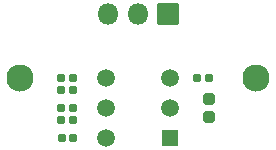
<source format=gbr>
%TF.GenerationSoftware,KiCad,Pcbnew,(6.0.7-1)-1*%
%TF.CreationDate,2022-09-12T14:25:55+08:00*%
%TF.ProjectId,0101-PUSH,30313031-2d50-4555-9348-2e6b69636164,V1.0*%
%TF.SameCoordinates,Original*%
%TF.FileFunction,Soldermask,Top*%
%TF.FilePolarity,Negative*%
%FSLAX46Y46*%
G04 Gerber Fmt 4.6, Leading zero omitted, Abs format (unit mm)*
G04 Created by KiCad (PCBNEW (6.0.7-1)-1) date 2022-09-12 14:25:55*
%MOMM*%
%LPD*%
G01*
G04 APERTURE LIST*
G04 Aperture macros list*
%AMRoundRect*
0 Rectangle with rounded corners*
0 $1 Rounding radius*
0 $2 $3 $4 $5 $6 $7 $8 $9 X,Y pos of 4 corners*
0 Add a 4 corners polygon primitive as box body*
4,1,4,$2,$3,$4,$5,$6,$7,$8,$9,$2,$3,0*
0 Add four circle primitives for the rounded corners*
1,1,$1+$1,$2,$3*
1,1,$1+$1,$4,$5*
1,1,$1+$1,$6,$7*
1,1,$1+$1,$8,$9*
0 Add four rect primitives between the rounded corners*
20,1,$1+$1,$2,$3,$4,$5,0*
20,1,$1+$1,$4,$5,$6,$7,0*
20,1,$1+$1,$6,$7,$8,$9,0*
20,1,$1+$1,$8,$9,$2,$3,0*%
G04 Aperture macros list end*
%ADD10C,2.300000*%
%ADD11RoundRect,0.190000X0.140000X0.170000X-0.140000X0.170000X-0.140000X-0.170000X0.140000X-0.170000X0*%
%ADD12RoundRect,0.268750X0.256250X-0.218750X0.256250X0.218750X-0.256250X0.218750X-0.256250X-0.218750X0*%
%ADD13RoundRect,0.050000X-0.850000X0.850000X-0.850000X-0.850000X0.850000X-0.850000X0.850000X0.850000X0*%
%ADD14O,1.800000X1.800000*%
%ADD15RoundRect,0.185000X-0.135000X-0.185000X0.135000X-0.185000X0.135000X0.185000X-0.135000X0.185000X0*%
%ADD16RoundRect,0.185000X0.135000X0.185000X-0.135000X0.185000X-0.135000X-0.185000X0.135000X-0.185000X0*%
%ADD17RoundRect,0.050000X0.650000X0.650000X-0.650000X0.650000X-0.650000X-0.650000X0.650000X-0.650000X0*%
%ADD18C,1.500000*%
G04 APERTURE END LIST*
D10*
%TO.C,H1*%
X22300000Y9800000D03*
%TD*%
%TO.C,H2*%
X2300000Y9800000D03*
%TD*%
D11*
%TO.C,C1*%
X6799999Y4800000D03*
X5839999Y4800000D03*
%TD*%
D12*
%TO.C,D1*%
X18300000Y6512500D03*
X18300000Y8087500D03*
%TD*%
D13*
%TO.C,J1*%
X14840000Y15300000D03*
D14*
X12300000Y15300000D03*
X9760000Y15300000D03*
%TD*%
D15*
%TO.C,R1*%
X5780000Y7300000D03*
X6800000Y7300000D03*
%TD*%
D16*
%TO.C,R2*%
X6800000Y6300000D03*
X5780000Y6300000D03*
%TD*%
D15*
%TO.C,R3*%
X5780000Y8800000D03*
X6800000Y8800000D03*
%TD*%
D16*
%TO.C,R4*%
X6800000Y9800000D03*
X5780000Y9800000D03*
%TD*%
%TO.C,R5*%
X18300000Y9800000D03*
X17280000Y9800000D03*
%TD*%
D17*
%TO.C,SW1*%
X15000000Y4800000D03*
D18*
X15000000Y7300000D03*
X15000000Y9800000D03*
X9600000Y4800000D03*
X9600000Y7300000D03*
X9600000Y9800000D03*
%TD*%
M02*

</source>
